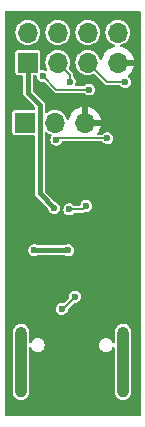
<source format=gbr>
%TF.GenerationSoftware,KiCad,Pcbnew,6.0.11+dfsg-1~bpo11+1*%
%TF.CreationDate,2024-04-18T22:27:08+09:00*%
%TF.ProjectId,pcb-interface,7063622d-696e-4746-9572-666163652e6b,rev?*%
%TF.SameCoordinates,Original*%
%TF.FileFunction,Copper,L2,Bot*%
%TF.FilePolarity,Positive*%
%FSLAX46Y46*%
G04 Gerber Fmt 4.6, Leading zero omitted, Abs format (unit mm)*
G04 Created by KiCad (PCBNEW 6.0.11+dfsg-1~bpo11+1) date 2024-04-18 22:27:08*
%MOMM*%
%LPD*%
G01*
G04 APERTURE LIST*
%TA.AperFunction,ComponentPad*%
%ADD10O,1.000000X1.600000*%
%TD*%
%TA.AperFunction,ComponentPad*%
%ADD11O,1.000000X2.100000*%
%TD*%
%TA.AperFunction,ComponentPad*%
%ADD12R,1.700000X1.700000*%
%TD*%
%TA.AperFunction,ComponentPad*%
%ADD13O,1.700000X1.700000*%
%TD*%
%TA.AperFunction,ViaPad*%
%ADD14C,0.600000*%
%TD*%
%TA.AperFunction,Conductor*%
%ADD15C,1.000000*%
%TD*%
%TA.AperFunction,Conductor*%
%ADD16C,0.450000*%
%TD*%
%TA.AperFunction,Conductor*%
%ADD17C,0.150000*%
%TD*%
%TA.AperFunction,Conductor*%
%ADD18C,0.200000*%
%TD*%
G04 APERTURE END LIST*
D10*
%TO.P,USB1,13,SHIELD*%
%TO.N,Net-(C1-Pad2)*%
X79427800Y-120153900D03*
D11*
X70787800Y-115973900D03*
D10*
X70787800Y-120153900D03*
D11*
X79427800Y-115973900D03*
%TD*%
D12*
%TO.P,J1,1,Pin_1*%
%TO.N,Net-(J1-Pad1)*%
X71120000Y-97663000D03*
D13*
%TO.P,J1,2,Pin_2*%
%TO.N,Net-(J1-Pad2)*%
X73660000Y-97663000D03*
%TO.P,J1,3,Pin_3*%
%TO.N,GND*%
X76200000Y-97663000D03*
%TD*%
D12*
%TO.P,J5,1,Pin_1*%
%TO.N,VSYS*%
X71374000Y-92583000D03*
D13*
%TO.P,J5,2,Pin_2*%
%TO.N,/PIN_PA6*%
X71374000Y-90043000D03*
%TO.P,J5,3,Pin_3*%
%TO.N,/PIN_PA7*%
X73914000Y-92583000D03*
%TO.P,J5,4,Pin_4*%
%TO.N,/PIN_PA0*%
X73914000Y-90043000D03*
%TO.P,J5,5,Pin_5*%
%TO.N,/PIN_PA1*%
X76454000Y-92583000D03*
%TO.P,J5,6,Pin_6*%
%TO.N,/PIN_PA2*%
X76454000Y-90043000D03*
%TO.P,J5,7,Pin_7*%
%TO.N,GND*%
X78994000Y-92583000D03*
%TO.P,J5,8,Pin_8*%
%TO.N,unconnected-(J5-Pad8)*%
X78994000Y-90043000D03*
%TD*%
D14*
%TO.N,GND*%
X71932800Y-113741200D03*
X77876400Y-105537000D03*
X78478300Y-114053642D03*
X73304400Y-110921800D03*
%TO.N,VSYS*%
X71920050Y-108470750D03*
X73620500Y-104902000D03*
X74790350Y-108470750D03*
%TO.N,/PIN_PA1*%
X79629000Y-94234000D03*
%TO.N,/PIN_PA2*%
X78105000Y-98983800D03*
X73787000Y-99110800D03*
%TO.N,/PIN_PA7*%
X74930000Y-94234000D03*
%TO.N,/PIN_PA6*%
X72644000Y-93726000D03*
X76581000Y-94869000D03*
%TO.N,/USB_UART_RX*%
X74888900Y-105016133D03*
X76327000Y-104724200D03*
%TO.N,/USB_D-*%
X75377556Y-112405144D03*
X74258300Y-113436500D03*
%TD*%
D15*
%TO.N,Net-(C1-Pad2)*%
X70787800Y-120153900D02*
X70787800Y-115973900D01*
X79427800Y-115973900D02*
X79427800Y-120153900D01*
D16*
%TO.N,VSYS*%
X72390000Y-103671500D02*
X73620500Y-104902000D01*
X71374000Y-92583000D02*
X71374000Y-95123000D01*
X71920050Y-108470750D02*
X74790350Y-108470750D01*
X72390000Y-96139000D02*
X72390000Y-103671500D01*
X71374000Y-95123000D02*
X72390000Y-96139000D01*
D17*
%TO.N,/PIN_PA1*%
X78105000Y-94234000D02*
X79629000Y-94234000D01*
X76454000Y-92583000D02*
X78105000Y-94234000D01*
%TO.N,/PIN_PA2*%
X73914000Y-98983800D02*
X73787000Y-99110800D01*
X78105000Y-98983800D02*
X73914000Y-98983800D01*
%TO.N,/PIN_PA7*%
X73914000Y-92583000D02*
X74930000Y-93599000D01*
X74930000Y-93599000D02*
X74930000Y-94234000D01*
%TO.N,/PIN_PA6*%
X72644000Y-93726000D02*
X73787000Y-94869000D01*
X73787000Y-94869000D02*
X76581000Y-94869000D01*
%TO.N,/USB_UART_RX*%
X76327000Y-104724200D02*
X76035067Y-105016133D01*
X76035067Y-105016133D02*
X74888900Y-105016133D01*
D18*
%TO.N,/USB_D-*%
X74258300Y-113436500D02*
X74346200Y-113436500D01*
X74346200Y-113436500D02*
X75377556Y-112405144D01*
%TD*%
%TA.AperFunction,Conductor*%
%TO.N,GND*%
G36*
X80911691Y-88230407D02*
G01*
X80947655Y-88279907D01*
X80952500Y-88310500D01*
X80952500Y-122382500D01*
X80933593Y-122440691D01*
X80884093Y-122476655D01*
X80853500Y-122481500D01*
X69514500Y-122481500D01*
X69456309Y-122462593D01*
X69420345Y-122413093D01*
X69415500Y-122382500D01*
X69415500Y-120496416D01*
X70087300Y-120496416D01*
X70102524Y-120622220D01*
X70162455Y-120780823D01*
X70258488Y-120920551D01*
X70385079Y-121033340D01*
X70534919Y-121112676D01*
X70617139Y-121133328D01*
X70693569Y-121152527D01*
X70693572Y-121152527D01*
X70699359Y-121153981D01*
X70784959Y-121154429D01*
X70862939Y-121154838D01*
X70862941Y-121154838D01*
X70868905Y-121154869D01*
X70874701Y-121153477D01*
X70874705Y-121153477D01*
X70982097Y-121127693D01*
X71033768Y-121115288D01*
X71109100Y-121076406D01*
X71179125Y-121040264D01*
X71179127Y-121040262D01*
X71184431Y-121037525D01*
X71312196Y-120926069D01*
X71409687Y-120787353D01*
X71471276Y-120629387D01*
X71488300Y-120500074D01*
X71488300Y-116744292D01*
X71507207Y-116686101D01*
X71556707Y-116650137D01*
X71617893Y-116650137D01*
X71667393Y-116686101D01*
X71678764Y-116706406D01*
X71712619Y-116788140D01*
X71712621Y-116788144D01*
X71715102Y-116794133D01*
X71719048Y-116799275D01*
X71719050Y-116799279D01*
X71803398Y-116909202D01*
X71807349Y-116914351D01*
X71812498Y-116918302D01*
X71922421Y-117002650D01*
X71922425Y-117002652D01*
X71927567Y-117006598D01*
X71933556Y-117009079D01*
X71933560Y-117009081D01*
X72061567Y-117062103D01*
X72067564Y-117064587D01*
X72180080Y-117079400D01*
X72255520Y-117079400D01*
X72368036Y-117064587D01*
X72374033Y-117062103D01*
X72502040Y-117009081D01*
X72502044Y-117009079D01*
X72508033Y-117006598D01*
X72513175Y-117002652D01*
X72513179Y-117002650D01*
X72623102Y-116918302D01*
X72628251Y-116914351D01*
X72632202Y-116909202D01*
X72716550Y-116799279D01*
X72716552Y-116799275D01*
X72720498Y-116794133D01*
X72722979Y-116788144D01*
X72722981Y-116788140D01*
X72776003Y-116660133D01*
X72778487Y-116654136D01*
X72798266Y-116503900D01*
X77417334Y-116503900D01*
X77437113Y-116654136D01*
X77439597Y-116660133D01*
X77492619Y-116788140D01*
X77492621Y-116788144D01*
X77495102Y-116794133D01*
X77499048Y-116799275D01*
X77499050Y-116799279D01*
X77583398Y-116909202D01*
X77587349Y-116914351D01*
X77592498Y-116918302D01*
X77702421Y-117002650D01*
X77702425Y-117002652D01*
X77707567Y-117006598D01*
X77713556Y-117009079D01*
X77713560Y-117009081D01*
X77841567Y-117062103D01*
X77847564Y-117064587D01*
X77960080Y-117079400D01*
X78035520Y-117079400D01*
X78148036Y-117064587D01*
X78154033Y-117062103D01*
X78282040Y-117009081D01*
X78282044Y-117009079D01*
X78288033Y-117006598D01*
X78293175Y-117002652D01*
X78293179Y-117002650D01*
X78403102Y-116918302D01*
X78408251Y-116914351D01*
X78412202Y-116909202D01*
X78496550Y-116799279D01*
X78496552Y-116799275D01*
X78500498Y-116794133D01*
X78502979Y-116788144D01*
X78502981Y-116788140D01*
X78536836Y-116706406D01*
X78576573Y-116659880D01*
X78636068Y-116645597D01*
X78692596Y-116669012D01*
X78724565Y-116721181D01*
X78727300Y-116744292D01*
X78727300Y-120496416D01*
X78742524Y-120622220D01*
X78802455Y-120780823D01*
X78898488Y-120920551D01*
X79025079Y-121033340D01*
X79174919Y-121112676D01*
X79257139Y-121133328D01*
X79333569Y-121152527D01*
X79333572Y-121152527D01*
X79339359Y-121153981D01*
X79424959Y-121154429D01*
X79502939Y-121154838D01*
X79502941Y-121154838D01*
X79508905Y-121154869D01*
X79514701Y-121153477D01*
X79514705Y-121153477D01*
X79622097Y-121127693D01*
X79673768Y-121115288D01*
X79749100Y-121076406D01*
X79819125Y-121040264D01*
X79819127Y-121040262D01*
X79824431Y-121037525D01*
X79952196Y-120926069D01*
X80049687Y-120787353D01*
X80111276Y-120629387D01*
X80128300Y-120500074D01*
X80128300Y-115381384D01*
X80113076Y-115255580D01*
X80053145Y-115096977D01*
X79957112Y-114957249D01*
X79830521Y-114844460D01*
X79680681Y-114765124D01*
X79598461Y-114744472D01*
X79522031Y-114725273D01*
X79522028Y-114725273D01*
X79516241Y-114723819D01*
X79430641Y-114723371D01*
X79352661Y-114722962D01*
X79352659Y-114722962D01*
X79346695Y-114722931D01*
X79340899Y-114724323D01*
X79340895Y-114724323D01*
X79233503Y-114750107D01*
X79181832Y-114762512D01*
X79106501Y-114801393D01*
X79036475Y-114837536D01*
X79036473Y-114837538D01*
X79031169Y-114840275D01*
X78903404Y-114951731D01*
X78805913Y-115090447D01*
X78744324Y-115248413D01*
X78727300Y-115377726D01*
X78727300Y-116263508D01*
X78708393Y-116321699D01*
X78658893Y-116357663D01*
X78597707Y-116357663D01*
X78548207Y-116321699D01*
X78536836Y-116301394D01*
X78502981Y-116219660D01*
X78502979Y-116219656D01*
X78500498Y-116213667D01*
X78496552Y-116208525D01*
X78496550Y-116208521D01*
X78412202Y-116098598D01*
X78408251Y-116093449D01*
X78403102Y-116089498D01*
X78293179Y-116005150D01*
X78293175Y-116005148D01*
X78288033Y-116001202D01*
X78282044Y-115998721D01*
X78282040Y-115998719D01*
X78154033Y-115945697D01*
X78148036Y-115943213D01*
X78035520Y-115928400D01*
X77960080Y-115928400D01*
X77847564Y-115943213D01*
X77841567Y-115945697D01*
X77713560Y-115998719D01*
X77713556Y-115998721D01*
X77707567Y-116001202D01*
X77702425Y-116005148D01*
X77702421Y-116005150D01*
X77592498Y-116089498D01*
X77587349Y-116093449D01*
X77583398Y-116098598D01*
X77499050Y-116208521D01*
X77499048Y-116208525D01*
X77495102Y-116213667D01*
X77492621Y-116219656D01*
X77492619Y-116219660D01*
X77474457Y-116263508D01*
X77437113Y-116353664D01*
X77417334Y-116503900D01*
X72798266Y-116503900D01*
X72778487Y-116353664D01*
X72741143Y-116263508D01*
X72722981Y-116219660D01*
X72722979Y-116219656D01*
X72720498Y-116213667D01*
X72716552Y-116208525D01*
X72716550Y-116208521D01*
X72632202Y-116098598D01*
X72628251Y-116093449D01*
X72623102Y-116089498D01*
X72513179Y-116005150D01*
X72513175Y-116005148D01*
X72508033Y-116001202D01*
X72502044Y-115998721D01*
X72502040Y-115998719D01*
X72374033Y-115945697D01*
X72368036Y-115943213D01*
X72255520Y-115928400D01*
X72180080Y-115928400D01*
X72067564Y-115943213D01*
X72061567Y-115945697D01*
X71933560Y-115998719D01*
X71933556Y-115998721D01*
X71927567Y-116001202D01*
X71922425Y-116005148D01*
X71922421Y-116005150D01*
X71812498Y-116089498D01*
X71807349Y-116093449D01*
X71803398Y-116098598D01*
X71719050Y-116208521D01*
X71719048Y-116208525D01*
X71715102Y-116213667D01*
X71712621Y-116219656D01*
X71712619Y-116219660D01*
X71678764Y-116301394D01*
X71639027Y-116347920D01*
X71579532Y-116362203D01*
X71523004Y-116338788D01*
X71491035Y-116286619D01*
X71488300Y-116263508D01*
X71488300Y-115381384D01*
X71473076Y-115255580D01*
X71413145Y-115096977D01*
X71317112Y-114957249D01*
X71190521Y-114844460D01*
X71040681Y-114765124D01*
X70958461Y-114744472D01*
X70882031Y-114725273D01*
X70882028Y-114725273D01*
X70876241Y-114723819D01*
X70790641Y-114723371D01*
X70712661Y-114722962D01*
X70712659Y-114722962D01*
X70706695Y-114722931D01*
X70700899Y-114724323D01*
X70700895Y-114724323D01*
X70593503Y-114750107D01*
X70541832Y-114762512D01*
X70466501Y-114801393D01*
X70396475Y-114837536D01*
X70396473Y-114837538D01*
X70391169Y-114840275D01*
X70263404Y-114951731D01*
X70165913Y-115090447D01*
X70104324Y-115248413D01*
X70087300Y-115377726D01*
X70087300Y-120496416D01*
X69415500Y-120496416D01*
X69415500Y-113430323D01*
X73752691Y-113430323D01*
X73771280Y-113572479D01*
X73774121Y-113578935D01*
X73774121Y-113578936D01*
X73781886Y-113596582D01*
X73829020Y-113703703D01*
X73842092Y-113719254D01*
X73916731Y-113808049D01*
X73916734Y-113808051D01*
X73921270Y-113813448D01*
X73927141Y-113817356D01*
X73927142Y-113817357D01*
X73939443Y-113825545D01*
X74040613Y-113892890D01*
X74141220Y-113924321D01*
X74170725Y-113933539D01*
X74170726Y-113933539D01*
X74177457Y-113935642D01*
X74249128Y-113936956D01*
X74313745Y-113938141D01*
X74313747Y-113938141D01*
X74320799Y-113938270D01*
X74327602Y-113936415D01*
X74327604Y-113936415D01*
X74402803Y-113915913D01*
X74459117Y-113900560D01*
X74581291Y-113825545D01*
X74588703Y-113817357D01*
X74672768Y-113724482D01*
X74677500Y-113719254D01*
X74740010Y-113590233D01*
X74759553Y-113474073D01*
X74787177Y-113420494D01*
X75273515Y-112934156D01*
X75328032Y-112906379D01*
X75345330Y-112905177D01*
X75389646Y-112905990D01*
X75433002Y-112906785D01*
X75433004Y-112906785D01*
X75440055Y-112906914D01*
X75446858Y-112905059D01*
X75446860Y-112905059D01*
X75522059Y-112884557D01*
X75578373Y-112869204D01*
X75700547Y-112794189D01*
X75796756Y-112687898D01*
X75859266Y-112558877D01*
X75867452Y-112510225D01*
X75882418Y-112421268D01*
X75882418Y-112421264D01*
X75883052Y-112417498D01*
X75883203Y-112405144D01*
X75862879Y-112263226D01*
X75803540Y-112132716D01*
X75709956Y-112024107D01*
X75589651Y-111946129D01*
X75452295Y-111905051D01*
X75369053Y-111904542D01*
X75315983Y-111904218D01*
X75315982Y-111904218D01*
X75308932Y-111904175D01*
X75302155Y-111906112D01*
X75302154Y-111906112D01*
X75177865Y-111941634D01*
X75177863Y-111941635D01*
X75171085Y-111943572D01*
X75049836Y-112020074D01*
X75045169Y-112025358D01*
X75045167Y-112025360D01*
X74959600Y-112122247D01*
X74959598Y-112122249D01*
X74954933Y-112127532D01*
X74894003Y-112257307D01*
X74871947Y-112398967D01*
X74872862Y-112405965D01*
X74872862Y-112405966D01*
X74875663Y-112427386D01*
X74864460Y-112487537D01*
X74847503Y-112510225D01*
X74442770Y-112914959D01*
X74388253Y-112942737D01*
X74344398Y-112939804D01*
X74333039Y-112936407D01*
X74249797Y-112935898D01*
X74196727Y-112935574D01*
X74196726Y-112935574D01*
X74189676Y-112935531D01*
X74182899Y-112937468D01*
X74182898Y-112937468D01*
X74058609Y-112972990D01*
X74058607Y-112972991D01*
X74051829Y-112974928D01*
X73930580Y-113051430D01*
X73925913Y-113056714D01*
X73925911Y-113056716D01*
X73840344Y-113153603D01*
X73840342Y-113153605D01*
X73835677Y-113158888D01*
X73774747Y-113288663D01*
X73752691Y-113430323D01*
X69415500Y-113430323D01*
X69415500Y-108464573D01*
X71414441Y-108464573D01*
X71415356Y-108471570D01*
X71415356Y-108471571D01*
X71416864Y-108483104D01*
X71433030Y-108606729D01*
X71435871Y-108613185D01*
X71435871Y-108613186D01*
X71443636Y-108630832D01*
X71490770Y-108737953D01*
X71503842Y-108753504D01*
X71578481Y-108842299D01*
X71578484Y-108842301D01*
X71583020Y-108847698D01*
X71588891Y-108851606D01*
X71588892Y-108851607D01*
X71601193Y-108859795D01*
X71702363Y-108927140D01*
X71802970Y-108958571D01*
X71832475Y-108967789D01*
X71832476Y-108967789D01*
X71839207Y-108969892D01*
X71910878Y-108971206D01*
X71975495Y-108972391D01*
X71975497Y-108972391D01*
X71982549Y-108972520D01*
X71989352Y-108970665D01*
X71989354Y-108970665D01*
X72064553Y-108950163D01*
X72120867Y-108934810D01*
X72159834Y-108910884D01*
X72211635Y-108896250D01*
X74496321Y-108896250D01*
X74551179Y-108912839D01*
X74572663Y-108927140D01*
X74673270Y-108958571D01*
X74702775Y-108967789D01*
X74702776Y-108967789D01*
X74709507Y-108969892D01*
X74781178Y-108971206D01*
X74845795Y-108972391D01*
X74845797Y-108972391D01*
X74852849Y-108972520D01*
X74859652Y-108970665D01*
X74859654Y-108970665D01*
X74934853Y-108950163D01*
X74991167Y-108934810D01*
X75113341Y-108859795D01*
X75120753Y-108851607D01*
X75204818Y-108758732D01*
X75209550Y-108753504D01*
X75272060Y-108624483D01*
X75276225Y-108599732D01*
X75295212Y-108486874D01*
X75295212Y-108486870D01*
X75295846Y-108483104D01*
X75295997Y-108470750D01*
X75275673Y-108328832D01*
X75216334Y-108198322D01*
X75122750Y-108089713D01*
X75002445Y-108011735D01*
X74865089Y-107970657D01*
X74781847Y-107970148D01*
X74728777Y-107969824D01*
X74728776Y-107969824D01*
X74721726Y-107969781D01*
X74714949Y-107971718D01*
X74714948Y-107971718D01*
X74590659Y-108007240D01*
X74590657Y-108007241D01*
X74583879Y-108009178D01*
X74577915Y-108012941D01*
X74577911Y-108012943D01*
X74550913Y-108029977D01*
X74498086Y-108045250D01*
X72213130Y-108045250D01*
X72159283Y-108029325D01*
X72138066Y-108015573D01*
X72138067Y-108015573D01*
X72132145Y-108011735D01*
X71994789Y-107970657D01*
X71911547Y-107970148D01*
X71858477Y-107969824D01*
X71858476Y-107969824D01*
X71851426Y-107969781D01*
X71844649Y-107971718D01*
X71844648Y-107971718D01*
X71720359Y-108007240D01*
X71720357Y-108007241D01*
X71713579Y-108009178D01*
X71592330Y-108085680D01*
X71587663Y-108090964D01*
X71587661Y-108090966D01*
X71502094Y-108187853D01*
X71502092Y-108187855D01*
X71497427Y-108193138D01*
X71436497Y-108322913D01*
X71414441Y-108464573D01*
X69415500Y-108464573D01*
X69415500Y-98532748D01*
X70069500Y-98532748D01*
X70071513Y-98542866D01*
X70078642Y-98578707D01*
X70081133Y-98591231D01*
X70125448Y-98657552D01*
X70191769Y-98701867D01*
X70201332Y-98703769D01*
X70201334Y-98703770D01*
X70224005Y-98708279D01*
X70250252Y-98713500D01*
X71865500Y-98713500D01*
X71923691Y-98732407D01*
X71959655Y-98781907D01*
X71964500Y-98812500D01*
X71964500Y-103738893D01*
X71966906Y-103746298D01*
X71966907Y-103746304D01*
X71972570Y-103763733D01*
X71976196Y-103778835D01*
X71980281Y-103804626D01*
X71992140Y-103827902D01*
X71998081Y-103842244D01*
X72006151Y-103867081D01*
X72021506Y-103888215D01*
X72029612Y-103901444D01*
X72041472Y-103924720D01*
X73108324Y-104991572D01*
X73132915Y-105033655D01*
X73133480Y-105037979D01*
X73191220Y-105169203D01*
X73232199Y-105217953D01*
X73278931Y-105273549D01*
X73278934Y-105273551D01*
X73283470Y-105278948D01*
X73289341Y-105282856D01*
X73289342Y-105282857D01*
X73305696Y-105293743D01*
X73402813Y-105358390D01*
X73496573Y-105387682D01*
X73532925Y-105399039D01*
X73532926Y-105399039D01*
X73539657Y-105401142D01*
X73611328Y-105402456D01*
X73675945Y-105403641D01*
X73675947Y-105403641D01*
X73682999Y-105403770D01*
X73689802Y-105401915D01*
X73689804Y-105401915D01*
X73765003Y-105381413D01*
X73821317Y-105366060D01*
X73943491Y-105291045D01*
X73950903Y-105282857D01*
X74034968Y-105189982D01*
X74039700Y-105184754D01*
X74102210Y-105055733D01*
X74104112Y-105044433D01*
X74109912Y-105009956D01*
X74383291Y-105009956D01*
X74384206Y-105016953D01*
X74384206Y-105016954D01*
X74396798Y-105113245D01*
X74401880Y-105152112D01*
X74404721Y-105158568D01*
X74404721Y-105158569D01*
X74455314Y-105273549D01*
X74459620Y-105283336D01*
X74472692Y-105298887D01*
X74547331Y-105387682D01*
X74547334Y-105387684D01*
X74551870Y-105393081D01*
X74557741Y-105396989D01*
X74557742Y-105396990D01*
X74570043Y-105405178D01*
X74671213Y-105472523D01*
X74771820Y-105503954D01*
X74801325Y-105513172D01*
X74801326Y-105513172D01*
X74808057Y-105515275D01*
X74879728Y-105516589D01*
X74944345Y-105517774D01*
X74944347Y-105517774D01*
X74951399Y-105517903D01*
X74958202Y-105516048D01*
X74958204Y-105516048D01*
X75033403Y-105495546D01*
X75089717Y-105480193D01*
X75211891Y-105405178D01*
X75217448Y-105399039D01*
X75285191Y-105324197D01*
X75338259Y-105293743D01*
X75358589Y-105291633D01*
X75998183Y-105291633D01*
X76017496Y-105293535D01*
X76035067Y-105297030D01*
X76062199Y-105291633D01*
X76062200Y-105291633D01*
X76106320Y-105282857D01*
X76132997Y-105277551D01*
X76132999Y-105277550D01*
X76142562Y-105275648D01*
X76184532Y-105247604D01*
X76195723Y-105240127D01*
X76252539Y-105223459D01*
X76382445Y-105225841D01*
X76382447Y-105225841D01*
X76389499Y-105225970D01*
X76396302Y-105224115D01*
X76396304Y-105224115D01*
X76471503Y-105203613D01*
X76527817Y-105188260D01*
X76649991Y-105113245D01*
X76746200Y-105006954D01*
X76808710Y-104877933D01*
X76810332Y-104868296D01*
X76831862Y-104740324D01*
X76831862Y-104740320D01*
X76832496Y-104736554D01*
X76832647Y-104724200D01*
X76812323Y-104582282D01*
X76752984Y-104451772D01*
X76659400Y-104343163D01*
X76539095Y-104265185D01*
X76401739Y-104224107D01*
X76318497Y-104223598D01*
X76265427Y-104223274D01*
X76265426Y-104223274D01*
X76258376Y-104223231D01*
X76251599Y-104225168D01*
X76251598Y-104225168D01*
X76127309Y-104260690D01*
X76127307Y-104260691D01*
X76120529Y-104262628D01*
X75999280Y-104339130D01*
X75994613Y-104344414D01*
X75994611Y-104344416D01*
X75909044Y-104441303D01*
X75909042Y-104441305D01*
X75904377Y-104446588D01*
X75843447Y-104576363D01*
X75835995Y-104624226D01*
X75830913Y-104656864D01*
X75803279Y-104711453D01*
X75748835Y-104739373D01*
X75733092Y-104740633D01*
X75357615Y-104740633D01*
X75299424Y-104721726D01*
X75282619Y-104706260D01*
X75221300Y-104635096D01*
X75100995Y-104557118D01*
X74963639Y-104516040D01*
X74880397Y-104515531D01*
X74827327Y-104515207D01*
X74827326Y-104515207D01*
X74820276Y-104515164D01*
X74813499Y-104517101D01*
X74813498Y-104517101D01*
X74689209Y-104552623D01*
X74689207Y-104552624D01*
X74682429Y-104554561D01*
X74561180Y-104631063D01*
X74556513Y-104636347D01*
X74556511Y-104636349D01*
X74470944Y-104733236D01*
X74470942Y-104733238D01*
X74466277Y-104738521D01*
X74405347Y-104868296D01*
X74404262Y-104875265D01*
X74404261Y-104875268D01*
X74398771Y-104910533D01*
X74383291Y-105009956D01*
X74109912Y-105009956D01*
X74125362Y-104918124D01*
X74125362Y-104918120D01*
X74125996Y-104914354D01*
X74126147Y-104902000D01*
X74105823Y-104760082D01*
X74046484Y-104629572D01*
X73952900Y-104520963D01*
X73832595Y-104442985D01*
X73757597Y-104420556D01*
X73715959Y-104395711D01*
X72844496Y-103524248D01*
X72816719Y-103469731D01*
X72815500Y-103454244D01*
X72815500Y-98538034D01*
X72834407Y-98479843D01*
X72883907Y-98443879D01*
X72945093Y-98443879D01*
X72978664Y-98462642D01*
X73057564Y-98529791D01*
X73061787Y-98532151D01*
X73061791Y-98532154D01*
X73178702Y-98597493D01*
X73237398Y-98630297D01*
X73241996Y-98631791D01*
X73331824Y-98660978D01*
X73381324Y-98696942D01*
X73400231Y-98755133D01*
X73381324Y-98813324D01*
X73375435Y-98820667D01*
X73369044Y-98827903D01*
X73369042Y-98827905D01*
X73364377Y-98833188D01*
X73303447Y-98962963D01*
X73302362Y-98969932D01*
X73302361Y-98969935D01*
X73299607Y-98987626D01*
X73281391Y-99104623D01*
X73299980Y-99246779D01*
X73302821Y-99253235D01*
X73302821Y-99253236D01*
X73353149Y-99367614D01*
X73357720Y-99378003D01*
X73370792Y-99393554D01*
X73445431Y-99482349D01*
X73445434Y-99482351D01*
X73449970Y-99487748D01*
X73455841Y-99491656D01*
X73455842Y-99491657D01*
X73468143Y-99499845D01*
X73569313Y-99567190D01*
X73669920Y-99598621D01*
X73699425Y-99607839D01*
X73699426Y-99607839D01*
X73706157Y-99609942D01*
X73777828Y-99611256D01*
X73842445Y-99612441D01*
X73842447Y-99612441D01*
X73849499Y-99612570D01*
X73856302Y-99610715D01*
X73856304Y-99610715D01*
X73931503Y-99590213D01*
X73987817Y-99574860D01*
X74109991Y-99499845D01*
X74117403Y-99491657D01*
X74201468Y-99398782D01*
X74206200Y-99393554D01*
X74213735Y-99378003D01*
X74244194Y-99315135D01*
X74286581Y-99271010D01*
X74333288Y-99259300D01*
X77636582Y-99259300D01*
X77694773Y-99278207D01*
X77712365Y-99294598D01*
X77767970Y-99360748D01*
X77773841Y-99364656D01*
X77773842Y-99364657D01*
X77802002Y-99383402D01*
X77887313Y-99440190D01*
X77987920Y-99471621D01*
X78017425Y-99480839D01*
X78017426Y-99480839D01*
X78024157Y-99482942D01*
X78095828Y-99484256D01*
X78160445Y-99485441D01*
X78160447Y-99485441D01*
X78167499Y-99485570D01*
X78174302Y-99483715D01*
X78174304Y-99483715D01*
X78249503Y-99463213D01*
X78305817Y-99447860D01*
X78427991Y-99372845D01*
X78435403Y-99364657D01*
X78519468Y-99271782D01*
X78524200Y-99266554D01*
X78586710Y-99137533D01*
X78593421Y-99097649D01*
X78609862Y-98999924D01*
X78609862Y-98999920D01*
X78610496Y-98996154D01*
X78610647Y-98983800D01*
X78590323Y-98841882D01*
X78530984Y-98711372D01*
X78437400Y-98602763D01*
X78317095Y-98524785D01*
X78179739Y-98483707D01*
X78096497Y-98483198D01*
X78043427Y-98482874D01*
X78043426Y-98482874D01*
X78036376Y-98482831D01*
X78029599Y-98484768D01*
X78029598Y-98484768D01*
X77905309Y-98520290D01*
X77905307Y-98520291D01*
X77898529Y-98522228D01*
X77777280Y-98598730D01*
X77772613Y-98604014D01*
X77772611Y-98604016D01*
X77710068Y-98674834D01*
X77657376Y-98705934D01*
X77635864Y-98708300D01*
X77313542Y-98708300D01*
X77255351Y-98689393D01*
X77219387Y-98639893D01*
X77219387Y-98578707D01*
X77238151Y-98545135D01*
X77240082Y-98542866D01*
X77365651Y-98368119D01*
X77369823Y-98361176D01*
X77465164Y-98168268D01*
X77468144Y-98160744D01*
X77530701Y-97954843D01*
X77532410Y-97946938D01*
X77534304Y-97932547D01*
X77531873Y-97919431D01*
X77530571Y-97918195D01*
X77525290Y-97917000D01*
X76045000Y-97917000D01*
X75986809Y-97898093D01*
X75950845Y-97848593D01*
X75946000Y-97818000D01*
X75946000Y-97393320D01*
X76454000Y-97393320D01*
X76458122Y-97406005D01*
X76462243Y-97409000D01*
X77520779Y-97409000D01*
X77532730Y-97405117D01*
X77533058Y-97395462D01*
X77490946Y-97227809D01*
X77488333Y-97220133D01*
X77402534Y-97022807D01*
X77398701Y-97015660D01*
X77281826Y-96834997D01*
X77276880Y-96828575D01*
X77132065Y-96669426D01*
X77126139Y-96663899D01*
X76957269Y-96530534D01*
X76950525Y-96526054D01*
X76762141Y-96422060D01*
X76754749Y-96418738D01*
X76551920Y-96346912D01*
X76544081Y-96344841D01*
X76469436Y-96331545D01*
X76456226Y-96333378D01*
X76455805Y-96333782D01*
X76454000Y-96340996D01*
X76454000Y-97393320D01*
X75946000Y-97393320D01*
X75946000Y-96343667D01*
X75941878Y-96330982D01*
X75940877Y-96330254D01*
X75934549Y-96329739D01*
X75888220Y-96336829D01*
X75880348Y-96338705D01*
X75675807Y-96405558D01*
X75668350Y-96408693D01*
X75477479Y-96508054D01*
X75470627Y-96512369D01*
X75298544Y-96641573D01*
X75292491Y-96646947D01*
X75143830Y-96802513D01*
X75138727Y-96808814D01*
X75017466Y-96986575D01*
X75013468Y-96993613D01*
X74922871Y-97188790D01*
X74920073Y-97196394D01*
X74866095Y-97391031D01*
X74832325Y-97442052D01*
X74775014Y-97463480D01*
X74716054Y-97447129D01*
X74677965Y-97399244D01*
X74675921Y-97393188D01*
X74637333Y-97265380D01*
X74635935Y-97260749D01*
X74539218Y-97078849D01*
X74409011Y-96919200D01*
X74307227Y-96834997D01*
X74254002Y-96790965D01*
X74254000Y-96790964D01*
X74250275Y-96787882D01*
X74069055Y-96689897D01*
X73985069Y-96663899D01*
X73876875Y-96630407D01*
X73876871Y-96630406D01*
X73872254Y-96628977D01*
X73867446Y-96628472D01*
X73867443Y-96628471D01*
X73672185Y-96607949D01*
X73672183Y-96607949D01*
X73667369Y-96607443D01*
X73611800Y-96612500D01*
X73467022Y-96625675D01*
X73467017Y-96625676D01*
X73462203Y-96626114D01*
X73264572Y-96684280D01*
X73260288Y-96686519D01*
X73260287Y-96686520D01*
X73249428Y-96692197D01*
X73082002Y-96779726D01*
X73078231Y-96782758D01*
X72976534Y-96864524D01*
X72919336Y-96886251D01*
X72860291Y-96870209D01*
X72821952Y-96822524D01*
X72815500Y-96787369D01*
X72815500Y-96071607D01*
X72813094Y-96064202D01*
X72813093Y-96064196D01*
X72807430Y-96046767D01*
X72803804Y-96031665D01*
X72800938Y-96013570D01*
X72799719Y-96005874D01*
X72787860Y-95982598D01*
X72781918Y-95968253D01*
X72773849Y-95943419D01*
X72758494Y-95922285D01*
X72750388Y-95909056D01*
X72738528Y-95885780D01*
X71828496Y-94975748D01*
X71800719Y-94921231D01*
X71799500Y-94905744D01*
X71799500Y-93732500D01*
X71818407Y-93674309D01*
X71867907Y-93638345D01*
X71898500Y-93633500D01*
X72040229Y-93633500D01*
X72098420Y-93652407D01*
X72134384Y-93701907D01*
X72137131Y-93719988D01*
X72138391Y-93719823D01*
X72156980Y-93861979D01*
X72159821Y-93868435D01*
X72159821Y-93868436D01*
X72203629Y-93967996D01*
X72214720Y-93993203D01*
X72260845Y-94048075D01*
X72302431Y-94097549D01*
X72302434Y-94097551D01*
X72306970Y-94102948D01*
X72426313Y-94182390D01*
X72526920Y-94213821D01*
X72556425Y-94223039D01*
X72556426Y-94223039D01*
X72563157Y-94225142D01*
X72628301Y-94226336D01*
X72699441Y-94227641D01*
X72699444Y-94227641D01*
X72706499Y-94227770D01*
X72706490Y-94228271D01*
X72761816Y-94238924D01*
X72783976Y-94255592D01*
X73566115Y-95037731D01*
X73578426Y-95052733D01*
X73588376Y-95067624D01*
X73611377Y-95082993D01*
X73611378Y-95082994D01*
X73637535Y-95100471D01*
X73679505Y-95128515D01*
X73689068Y-95130417D01*
X73689070Y-95130418D01*
X73724442Y-95137453D01*
X73759867Y-95144500D01*
X73759868Y-95144500D01*
X73787000Y-95149897D01*
X73804571Y-95146402D01*
X73823884Y-95144500D01*
X76112582Y-95144500D01*
X76170773Y-95163407D01*
X76188365Y-95179798D01*
X76243970Y-95245948D01*
X76249841Y-95249856D01*
X76249842Y-95249857D01*
X76259260Y-95256126D01*
X76363313Y-95325390D01*
X76451536Y-95352952D01*
X76493425Y-95366039D01*
X76493426Y-95366039D01*
X76500157Y-95368142D01*
X76571828Y-95369456D01*
X76636445Y-95370641D01*
X76636447Y-95370641D01*
X76643499Y-95370770D01*
X76650302Y-95368915D01*
X76650304Y-95368915D01*
X76734317Y-95346010D01*
X76781817Y-95333060D01*
X76903991Y-95258045D01*
X76911403Y-95249857D01*
X76995468Y-95156982D01*
X77000200Y-95151754D01*
X77062710Y-95022733D01*
X77075494Y-94946752D01*
X77085862Y-94885124D01*
X77085862Y-94885120D01*
X77086496Y-94881354D01*
X77086647Y-94869000D01*
X77066323Y-94727082D01*
X77020699Y-94626737D01*
X77009905Y-94602996D01*
X77009904Y-94602995D01*
X77006984Y-94596572D01*
X76934969Y-94512995D01*
X76918005Y-94493307D01*
X76918004Y-94493306D01*
X76913400Y-94487963D01*
X76793095Y-94409985D01*
X76655739Y-94368907D01*
X76572497Y-94368398D01*
X76519427Y-94368074D01*
X76519426Y-94368074D01*
X76512376Y-94368031D01*
X76505599Y-94369968D01*
X76505598Y-94369968D01*
X76381309Y-94405490D01*
X76381307Y-94405491D01*
X76374529Y-94407428D01*
X76253280Y-94483930D01*
X76248613Y-94489214D01*
X76248611Y-94489216D01*
X76186068Y-94560034D01*
X76133376Y-94591134D01*
X76111864Y-94593500D01*
X75469990Y-94593500D01*
X75411799Y-94574593D01*
X75375835Y-94525093D01*
X75375835Y-94463907D01*
X75380896Y-94451335D01*
X75408633Y-94394085D01*
X75408634Y-94394082D01*
X75411710Y-94387733D01*
X75413611Y-94376437D01*
X75434862Y-94250124D01*
X75434862Y-94250120D01*
X75435496Y-94246354D01*
X75435647Y-94234000D01*
X75415323Y-94092082D01*
X75393543Y-94044180D01*
X75358905Y-93967996D01*
X75358904Y-93967995D01*
X75355984Y-93961572D01*
X75295582Y-93891472D01*
X75267005Y-93858307D01*
X75267004Y-93858306D01*
X75262400Y-93852963D01*
X75250653Y-93845349D01*
X75212107Y-93797833D01*
X75205500Y-93762274D01*
X75205500Y-93635884D01*
X75207402Y-93616569D01*
X75208995Y-93608561D01*
X75210897Y-93599000D01*
X75189515Y-93491506D01*
X75189515Y-93491505D01*
X75128624Y-93400376D01*
X75113733Y-93390426D01*
X75098731Y-93378115D01*
X74878990Y-93158374D01*
X74851213Y-93103857D01*
X74862914Y-93039470D01*
X74875933Y-93016553D01*
X74875937Y-93016544D01*
X74878323Y-93012344D01*
X74884340Y-92994258D01*
X74941824Y-92821454D01*
X74941824Y-92821452D01*
X74943351Y-92816863D01*
X74969171Y-92612474D01*
X74969583Y-92583000D01*
X74968138Y-92568262D01*
X75398520Y-92568262D01*
X75415759Y-92773553D01*
X75417092Y-92778201D01*
X75417092Y-92778202D01*
X75442537Y-92866938D01*
X75472544Y-92971586D01*
X75566712Y-93154818D01*
X75694677Y-93316270D01*
X75851564Y-93449791D01*
X75855787Y-93452151D01*
X75855791Y-93452154D01*
X75961498Y-93511231D01*
X76031398Y-93550297D01*
X76035996Y-93551791D01*
X76222724Y-93612463D01*
X76222726Y-93612464D01*
X76227329Y-93613959D01*
X76431894Y-93638351D01*
X76436716Y-93637980D01*
X76436719Y-93637980D01*
X76507259Y-93632552D01*
X76637300Y-93622546D01*
X76835725Y-93567145D01*
X76913144Y-93528038D01*
X76973608Y-93518677D01*
X77027784Y-93546400D01*
X77884115Y-94402731D01*
X77896426Y-94417733D01*
X77906376Y-94432624D01*
X77929377Y-94447993D01*
X77929378Y-94447994D01*
X77997506Y-94493516D01*
X78105000Y-94514897D01*
X78122572Y-94511402D01*
X78141884Y-94509500D01*
X79160582Y-94509500D01*
X79218773Y-94528407D01*
X79236365Y-94544798D01*
X79291970Y-94610948D01*
X79297841Y-94614856D01*
X79297842Y-94614857D01*
X79310143Y-94623045D01*
X79411313Y-94690390D01*
X79508204Y-94720660D01*
X79541425Y-94731039D01*
X79541426Y-94731039D01*
X79548157Y-94733142D01*
X79619828Y-94734456D01*
X79684445Y-94735641D01*
X79684447Y-94735641D01*
X79691499Y-94735770D01*
X79698302Y-94733915D01*
X79698304Y-94733915D01*
X79773503Y-94713413D01*
X79829817Y-94698060D01*
X79951991Y-94623045D01*
X79959403Y-94614857D01*
X80043468Y-94521982D01*
X80048200Y-94516754D01*
X80103444Y-94402731D01*
X80107634Y-94394082D01*
X80110710Y-94387733D01*
X80112611Y-94376437D01*
X80133862Y-94250124D01*
X80133862Y-94250120D01*
X80134496Y-94246354D01*
X80134647Y-94234000D01*
X80114323Y-94092082D01*
X80092543Y-94044180D01*
X80057905Y-93967996D01*
X80057904Y-93967995D01*
X80054984Y-93961572D01*
X79994582Y-93891472D01*
X79966005Y-93858307D01*
X79966004Y-93858306D01*
X79961400Y-93852963D01*
X79869165Y-93793179D01*
X79830618Y-93745663D01*
X79827363Y-93684564D01*
X79865520Y-93629508D01*
X79870230Y-93626148D01*
X79876412Y-93620924D01*
X80028831Y-93469035D01*
X80034088Y-93462858D01*
X80159651Y-93288119D01*
X80163823Y-93281176D01*
X80259164Y-93088268D01*
X80262144Y-93080744D01*
X80324701Y-92874843D01*
X80326410Y-92866938D01*
X80328304Y-92852547D01*
X80325873Y-92839431D01*
X80324571Y-92838195D01*
X80319290Y-92837000D01*
X78839000Y-92837000D01*
X78780809Y-92818093D01*
X78744845Y-92768593D01*
X78740000Y-92738000D01*
X78740000Y-92428000D01*
X78758907Y-92369809D01*
X78808407Y-92333845D01*
X78839000Y-92329000D01*
X80314779Y-92329000D01*
X80326730Y-92325117D01*
X80327058Y-92315462D01*
X80284946Y-92147809D01*
X80282333Y-92140133D01*
X80196534Y-91942807D01*
X80192701Y-91935660D01*
X80075826Y-91754997D01*
X80070880Y-91748575D01*
X79926065Y-91589426D01*
X79920139Y-91583899D01*
X79751269Y-91450534D01*
X79744525Y-91446054D01*
X79556141Y-91342060D01*
X79548749Y-91338738D01*
X79345920Y-91266912D01*
X79338081Y-91264841D01*
X79268589Y-91252463D01*
X79214616Y-91223644D01*
X79187890Y-91168605D01*
X79198619Y-91108367D01*
X79242706Y-91065941D01*
X79259327Y-91059644D01*
X79303867Y-91047208D01*
X79375725Y-91027145D01*
X79380038Y-91024966D01*
X79380044Y-91024964D01*
X79555289Y-90936441D01*
X79555291Y-90936440D01*
X79559610Y-90934258D01*
X79594943Y-90906653D01*
X79718135Y-90810406D01*
X79718139Y-90810402D01*
X79721951Y-90807424D01*
X79856564Y-90651472D01*
X79875231Y-90618613D01*
X79955934Y-90476550D01*
X79955935Y-90476547D01*
X79958323Y-90472344D01*
X79971882Y-90431586D01*
X80021824Y-90281454D01*
X80021824Y-90281452D01*
X80023351Y-90276863D01*
X80049171Y-90072474D01*
X80049583Y-90043000D01*
X80029480Y-89837970D01*
X79969935Y-89640749D01*
X79873218Y-89458849D01*
X79743011Y-89299200D01*
X79584275Y-89167882D01*
X79403055Y-89069897D01*
X79339855Y-89050333D01*
X79210875Y-89010407D01*
X79210871Y-89010406D01*
X79206254Y-89008977D01*
X79201446Y-89008472D01*
X79201443Y-89008471D01*
X79006185Y-88987949D01*
X79006183Y-88987949D01*
X79001369Y-88987443D01*
X78941354Y-88992905D01*
X78801022Y-89005675D01*
X78801017Y-89005676D01*
X78796203Y-89006114D01*
X78598572Y-89064280D01*
X78594288Y-89066519D01*
X78594287Y-89066520D01*
X78583428Y-89072197D01*
X78416002Y-89159726D01*
X78412231Y-89162758D01*
X78259220Y-89285781D01*
X78259217Y-89285783D01*
X78255447Y-89288815D01*
X78252333Y-89292526D01*
X78252332Y-89292527D01*
X78243585Y-89302952D01*
X78123024Y-89446630D01*
X78120689Y-89450878D01*
X78120688Y-89450879D01*
X78113955Y-89463126D01*
X78023776Y-89627162D01*
X77961484Y-89823532D01*
X77960944Y-89828344D01*
X77960944Y-89828345D01*
X77959865Y-89837970D01*
X77938520Y-90028262D01*
X77955759Y-90233553D01*
X78012544Y-90431586D01*
X78106712Y-90614818D01*
X78234677Y-90776270D01*
X78238357Y-90779402D01*
X78238359Y-90779404D01*
X78351017Y-90875283D01*
X78391564Y-90909791D01*
X78395787Y-90912151D01*
X78395791Y-90912154D01*
X78435342Y-90934258D01*
X78571398Y-91010297D01*
X78725944Y-91060512D01*
X78775444Y-91096476D01*
X78794351Y-91154667D01*
X78775444Y-91212858D01*
X78725944Y-91248822D01*
X78710327Y-91252528D01*
X78682226Y-91256828D01*
X78674341Y-91258707D01*
X78469807Y-91325558D01*
X78462350Y-91328693D01*
X78271479Y-91428054D01*
X78264627Y-91432369D01*
X78092544Y-91561573D01*
X78086491Y-91566947D01*
X77937830Y-91722513D01*
X77932727Y-91728814D01*
X77811466Y-91906575D01*
X77807468Y-91913613D01*
X77716871Y-92108790D01*
X77714073Y-92116394D01*
X77660095Y-92311031D01*
X77626325Y-92362052D01*
X77569014Y-92383480D01*
X77510054Y-92367129D01*
X77471965Y-92319244D01*
X77469921Y-92313188D01*
X77431333Y-92185380D01*
X77429935Y-92180749D01*
X77333218Y-91998849D01*
X77203011Y-91839200D01*
X77101227Y-91754997D01*
X77048002Y-91710965D01*
X77048000Y-91710964D01*
X77044275Y-91707882D01*
X76863055Y-91609897D01*
X76779069Y-91583899D01*
X76670875Y-91550407D01*
X76670871Y-91550406D01*
X76666254Y-91548977D01*
X76661446Y-91548472D01*
X76661443Y-91548471D01*
X76466185Y-91527949D01*
X76466183Y-91527949D01*
X76461369Y-91527443D01*
X76405800Y-91532500D01*
X76261022Y-91545675D01*
X76261017Y-91545676D01*
X76256203Y-91546114D01*
X76058572Y-91604280D01*
X76054288Y-91606519D01*
X76054287Y-91606520D01*
X76043428Y-91612197D01*
X75876002Y-91699726D01*
X75872231Y-91702758D01*
X75719220Y-91825781D01*
X75719217Y-91825783D01*
X75715447Y-91828815D01*
X75712333Y-91832526D01*
X75712332Y-91832527D01*
X75703585Y-91842952D01*
X75583024Y-91986630D01*
X75580689Y-91990878D01*
X75580688Y-91990879D01*
X75573955Y-92003126D01*
X75483776Y-92167162D01*
X75421484Y-92363532D01*
X75420944Y-92368344D01*
X75420944Y-92368345D01*
X75419865Y-92377970D01*
X75398520Y-92568262D01*
X74968138Y-92568262D01*
X74967667Y-92563454D01*
X74949952Y-92382780D01*
X74949951Y-92382776D01*
X74949480Y-92377970D01*
X74931750Y-92319244D01*
X74891333Y-92185380D01*
X74889935Y-92180749D01*
X74793218Y-91998849D01*
X74663011Y-91839200D01*
X74561227Y-91754997D01*
X74508002Y-91710965D01*
X74508000Y-91710964D01*
X74504275Y-91707882D01*
X74323055Y-91609897D01*
X74239069Y-91583899D01*
X74130875Y-91550407D01*
X74130871Y-91550406D01*
X74126254Y-91548977D01*
X74121446Y-91548472D01*
X74121443Y-91548471D01*
X73926185Y-91527949D01*
X73926183Y-91527949D01*
X73921369Y-91527443D01*
X73865800Y-91532500D01*
X73721022Y-91545675D01*
X73721017Y-91545676D01*
X73716203Y-91546114D01*
X73518572Y-91604280D01*
X73514288Y-91606519D01*
X73514287Y-91606520D01*
X73503428Y-91612197D01*
X73336002Y-91699726D01*
X73332231Y-91702758D01*
X73179220Y-91825781D01*
X73179217Y-91825783D01*
X73175447Y-91828815D01*
X73172333Y-91832526D01*
X73172332Y-91832527D01*
X73163585Y-91842952D01*
X73043024Y-91986630D01*
X73040689Y-91990878D01*
X73040688Y-91990879D01*
X73033955Y-92003126D01*
X72943776Y-92167162D01*
X72881484Y-92363532D01*
X72880944Y-92368344D01*
X72880944Y-92368345D01*
X72879865Y-92377970D01*
X72858520Y-92568262D01*
X72875759Y-92773553D01*
X72877092Y-92778201D01*
X72877092Y-92778202D01*
X72902537Y-92866938D01*
X72932544Y-92971586D01*
X72934759Y-92975896D01*
X73024498Y-93150511D01*
X73024500Y-93150515D01*
X73024612Y-93150732D01*
X73026712Y-93154818D01*
X73025814Y-93155280D01*
X73040221Y-93209812D01*
X73018094Y-93266856D01*
X72966663Y-93300000D01*
X72905573Y-93296583D01*
X72887528Y-93287359D01*
X72862016Y-93270823D01*
X72862017Y-93270823D01*
X72856095Y-93266985D01*
X72718739Y-93225907D01*
X72635497Y-93225398D01*
X72582427Y-93225074D01*
X72582426Y-93225074D01*
X72575376Y-93225031D01*
X72568599Y-93226968D01*
X72568598Y-93226968D01*
X72550705Y-93232082D01*
X72489559Y-93229893D01*
X72441377Y-93192181D01*
X72424500Y-93136893D01*
X72424500Y-91713252D01*
X72412867Y-91654769D01*
X72368552Y-91588448D01*
X72302231Y-91544133D01*
X72292668Y-91542231D01*
X72292666Y-91542230D01*
X72269995Y-91537721D01*
X72243748Y-91532500D01*
X70504252Y-91532500D01*
X70478005Y-91537721D01*
X70455334Y-91542230D01*
X70455332Y-91542231D01*
X70445769Y-91544133D01*
X70379448Y-91588448D01*
X70335133Y-91654769D01*
X70323500Y-91713252D01*
X70323500Y-93452748D01*
X70335133Y-93511231D01*
X70379448Y-93577552D01*
X70445769Y-93621867D01*
X70455332Y-93623769D01*
X70455334Y-93623770D01*
X70478005Y-93628279D01*
X70504252Y-93633500D01*
X70849500Y-93633500D01*
X70907691Y-93652407D01*
X70943655Y-93701907D01*
X70948500Y-93732500D01*
X70948500Y-95190393D01*
X70950906Y-95197798D01*
X70950907Y-95197804D01*
X70956570Y-95215233D01*
X70960196Y-95230335D01*
X70964281Y-95256126D01*
X70976140Y-95279402D01*
X70982081Y-95293744D01*
X70990151Y-95318581D01*
X71005506Y-95339715D01*
X71013612Y-95352944D01*
X71025472Y-95376220D01*
X71935504Y-96286252D01*
X71963281Y-96340769D01*
X71964500Y-96356256D01*
X71964500Y-96513500D01*
X71945593Y-96571691D01*
X71896093Y-96607655D01*
X71865500Y-96612500D01*
X70250252Y-96612500D01*
X70224005Y-96617721D01*
X70201334Y-96622230D01*
X70201332Y-96622231D01*
X70191769Y-96624133D01*
X70125448Y-96668448D01*
X70081133Y-96734769D01*
X70069500Y-96793252D01*
X70069500Y-98532748D01*
X69415500Y-98532748D01*
X69415500Y-90028262D01*
X70318520Y-90028262D01*
X70335759Y-90233553D01*
X70392544Y-90431586D01*
X70486712Y-90614818D01*
X70614677Y-90776270D01*
X70618357Y-90779402D01*
X70618359Y-90779404D01*
X70731017Y-90875283D01*
X70771564Y-90909791D01*
X70775787Y-90912151D01*
X70775791Y-90912154D01*
X70815342Y-90934258D01*
X70951398Y-91010297D01*
X70955996Y-91011791D01*
X71142724Y-91072463D01*
X71142726Y-91072464D01*
X71147329Y-91073959D01*
X71351894Y-91098351D01*
X71356716Y-91097980D01*
X71356719Y-91097980D01*
X71424541Y-91092761D01*
X71557300Y-91082546D01*
X71755725Y-91027145D01*
X71760038Y-91024966D01*
X71760044Y-91024964D01*
X71935289Y-90936441D01*
X71935291Y-90936440D01*
X71939610Y-90934258D01*
X71974943Y-90906653D01*
X72098135Y-90810406D01*
X72098139Y-90810402D01*
X72101951Y-90807424D01*
X72236564Y-90651472D01*
X72255231Y-90618613D01*
X72335934Y-90476550D01*
X72335935Y-90476547D01*
X72338323Y-90472344D01*
X72351882Y-90431586D01*
X72401824Y-90281454D01*
X72401824Y-90281452D01*
X72403351Y-90276863D01*
X72429171Y-90072474D01*
X72429583Y-90043000D01*
X72428138Y-90028262D01*
X72858520Y-90028262D01*
X72875759Y-90233553D01*
X72932544Y-90431586D01*
X73026712Y-90614818D01*
X73154677Y-90776270D01*
X73158357Y-90779402D01*
X73158359Y-90779404D01*
X73271017Y-90875283D01*
X73311564Y-90909791D01*
X73315787Y-90912151D01*
X73315791Y-90912154D01*
X73355342Y-90934258D01*
X73491398Y-91010297D01*
X73495996Y-91011791D01*
X73682724Y-91072463D01*
X73682726Y-91072464D01*
X73687329Y-91073959D01*
X73891894Y-91098351D01*
X73896716Y-91097980D01*
X73896719Y-91097980D01*
X73964541Y-91092761D01*
X74097300Y-91082546D01*
X74295725Y-91027145D01*
X74300038Y-91024966D01*
X74300044Y-91024964D01*
X74475289Y-90936441D01*
X74475291Y-90936440D01*
X74479610Y-90934258D01*
X74514943Y-90906653D01*
X74638135Y-90810406D01*
X74638139Y-90810402D01*
X74641951Y-90807424D01*
X74776564Y-90651472D01*
X74795231Y-90618613D01*
X74875934Y-90476550D01*
X74875935Y-90476547D01*
X74878323Y-90472344D01*
X74891882Y-90431586D01*
X74941824Y-90281454D01*
X74941824Y-90281452D01*
X74943351Y-90276863D01*
X74969171Y-90072474D01*
X74969583Y-90043000D01*
X74968138Y-90028262D01*
X75398520Y-90028262D01*
X75415759Y-90233553D01*
X75472544Y-90431586D01*
X75566712Y-90614818D01*
X75694677Y-90776270D01*
X75698357Y-90779402D01*
X75698359Y-90779404D01*
X75811017Y-90875283D01*
X75851564Y-90909791D01*
X75855787Y-90912151D01*
X75855791Y-90912154D01*
X75895342Y-90934258D01*
X76031398Y-91010297D01*
X76035996Y-91011791D01*
X76222724Y-91072463D01*
X76222726Y-91072464D01*
X76227329Y-91073959D01*
X76431894Y-91098351D01*
X76436716Y-91097980D01*
X76436719Y-91097980D01*
X76504541Y-91092761D01*
X76637300Y-91082546D01*
X76835725Y-91027145D01*
X76840038Y-91024966D01*
X76840044Y-91024964D01*
X77015289Y-90936441D01*
X77015291Y-90936440D01*
X77019610Y-90934258D01*
X77054943Y-90906653D01*
X77178135Y-90810406D01*
X77178139Y-90810402D01*
X77181951Y-90807424D01*
X77316564Y-90651472D01*
X77335231Y-90618613D01*
X77415934Y-90476550D01*
X77415935Y-90476547D01*
X77418323Y-90472344D01*
X77431882Y-90431586D01*
X77481824Y-90281454D01*
X77481824Y-90281452D01*
X77483351Y-90276863D01*
X77509171Y-90072474D01*
X77509583Y-90043000D01*
X77489480Y-89837970D01*
X77429935Y-89640749D01*
X77333218Y-89458849D01*
X77203011Y-89299200D01*
X77044275Y-89167882D01*
X76863055Y-89069897D01*
X76799855Y-89050333D01*
X76670875Y-89010407D01*
X76670871Y-89010406D01*
X76666254Y-89008977D01*
X76661446Y-89008472D01*
X76661443Y-89008471D01*
X76466185Y-88987949D01*
X76466183Y-88987949D01*
X76461369Y-88987443D01*
X76401354Y-88992905D01*
X76261022Y-89005675D01*
X76261017Y-89005676D01*
X76256203Y-89006114D01*
X76058572Y-89064280D01*
X76054288Y-89066519D01*
X76054287Y-89066520D01*
X76043428Y-89072197D01*
X75876002Y-89159726D01*
X75872231Y-89162758D01*
X75719220Y-89285781D01*
X75719217Y-89285783D01*
X75715447Y-89288815D01*
X75712333Y-89292526D01*
X75712332Y-89292527D01*
X75703585Y-89302952D01*
X75583024Y-89446630D01*
X75580689Y-89450878D01*
X75580688Y-89450879D01*
X75573955Y-89463126D01*
X75483776Y-89627162D01*
X75421484Y-89823532D01*
X75420944Y-89828344D01*
X75420944Y-89828345D01*
X75419865Y-89837970D01*
X75398520Y-90028262D01*
X74968138Y-90028262D01*
X74949480Y-89837970D01*
X74889935Y-89640749D01*
X74793218Y-89458849D01*
X74663011Y-89299200D01*
X74504275Y-89167882D01*
X74323055Y-89069897D01*
X74259855Y-89050333D01*
X74130875Y-89010407D01*
X74130871Y-89010406D01*
X74126254Y-89008977D01*
X74121446Y-89008472D01*
X74121443Y-89008471D01*
X73926185Y-88987949D01*
X73926183Y-88987949D01*
X73921369Y-88987443D01*
X73861354Y-88992905D01*
X73721022Y-89005675D01*
X73721017Y-89005676D01*
X73716203Y-89006114D01*
X73518572Y-89064280D01*
X73514288Y-89066519D01*
X73514287Y-89066520D01*
X73503428Y-89072197D01*
X73336002Y-89159726D01*
X73332231Y-89162758D01*
X73179220Y-89285781D01*
X73179217Y-89285783D01*
X73175447Y-89288815D01*
X73172333Y-89292526D01*
X73172332Y-89292527D01*
X73163585Y-89302952D01*
X73043024Y-89446630D01*
X73040689Y-89450878D01*
X73040688Y-89450879D01*
X73033955Y-89463126D01*
X72943776Y-89627162D01*
X72881484Y-89823532D01*
X72880944Y-89828344D01*
X72880944Y-89828345D01*
X72879865Y-89837970D01*
X72858520Y-90028262D01*
X72428138Y-90028262D01*
X72409480Y-89837970D01*
X72349935Y-89640749D01*
X72253218Y-89458849D01*
X72123011Y-89299200D01*
X71964275Y-89167882D01*
X71783055Y-89069897D01*
X71719855Y-89050333D01*
X71590875Y-89010407D01*
X71590871Y-89010406D01*
X71586254Y-89008977D01*
X71581446Y-89008472D01*
X71581443Y-89008471D01*
X71386185Y-88987949D01*
X71386183Y-88987949D01*
X71381369Y-88987443D01*
X71321354Y-88992905D01*
X71181022Y-89005675D01*
X71181017Y-89005676D01*
X71176203Y-89006114D01*
X70978572Y-89064280D01*
X70974288Y-89066519D01*
X70974287Y-89066520D01*
X70963428Y-89072197D01*
X70796002Y-89159726D01*
X70792231Y-89162758D01*
X70639220Y-89285781D01*
X70639217Y-89285783D01*
X70635447Y-89288815D01*
X70632333Y-89292526D01*
X70632332Y-89292527D01*
X70623585Y-89302952D01*
X70503024Y-89446630D01*
X70500689Y-89450878D01*
X70500688Y-89450879D01*
X70493955Y-89463126D01*
X70403776Y-89627162D01*
X70341484Y-89823532D01*
X70340944Y-89828344D01*
X70340944Y-89828345D01*
X70339865Y-89837970D01*
X70318520Y-90028262D01*
X69415500Y-90028262D01*
X69415500Y-88310500D01*
X69434407Y-88252309D01*
X69483907Y-88216345D01*
X69514500Y-88211500D01*
X80853500Y-88211500D01*
X80911691Y-88230407D01*
G37*
%TD.AperFunction*%
%TD*%
M02*

</source>
